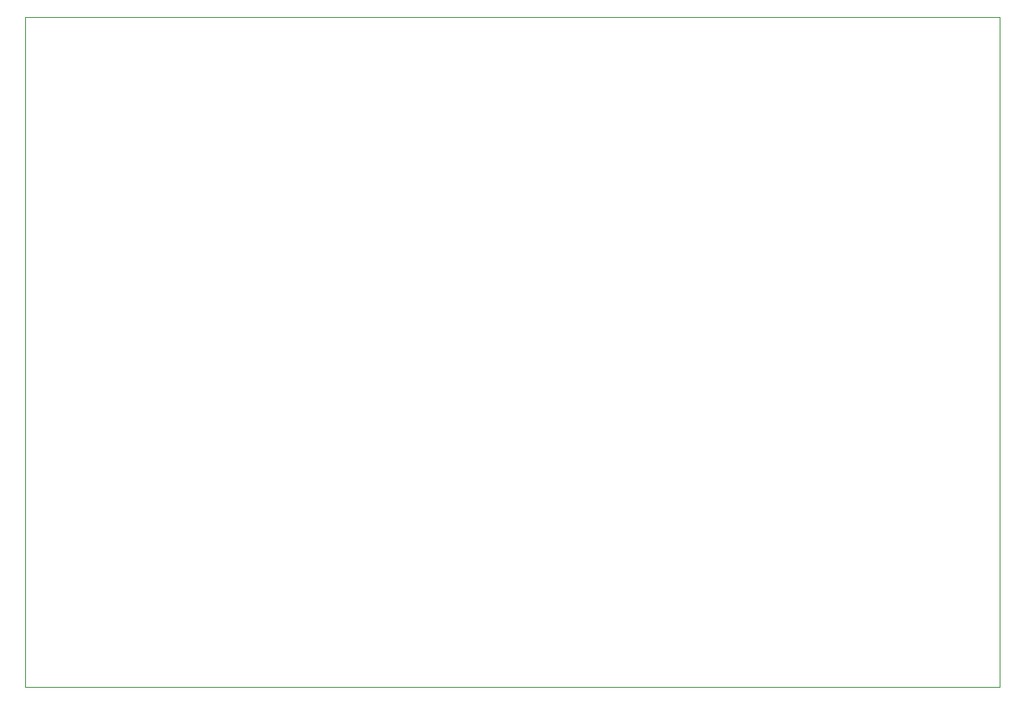
<source format=gbr>
G04 #@! TF.GenerationSoftware,KiCad,Pcbnew,8.0.4*
G04 #@! TF.CreationDate,2024-08-15T07:01:29-07:00*
G04 #@! TF.ProjectId,PocketFT8Xcvr,506f636b-6574-4465-9438-586376722e6b,rev?*
G04 #@! TF.SameCoordinates,Original*
G04 #@! TF.FileFunction,Profile,NP*
%FSLAX46Y46*%
G04 Gerber Fmt 4.6, Leading zero omitted, Abs format (unit mm)*
G04 Created by KiCad (PCBNEW 8.0.4) date 2024-08-15 07:01:29*
%MOMM*%
%LPD*%
G01*
G04 APERTURE LIST*
G04 #@! TA.AperFunction,Profile*
%ADD10C,0.100000*%
G04 #@! TD*
G04 APERTURE END LIST*
D10*
X101600000Y-50800000D02*
X203200000Y-50800000D01*
X203200000Y-120650000D01*
X101600000Y-120650000D01*
X101600000Y-50800000D01*
M02*

</source>
